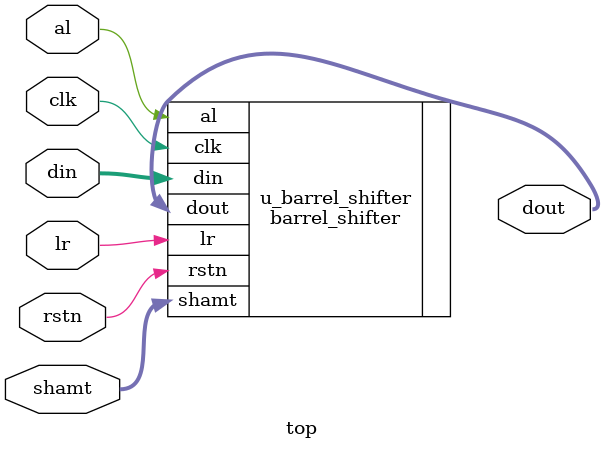
<source format=v>
module top(
    input clk,
    input rstn,
    input [7:0] din,
    input [2:0] shamt,
    input lr,
    input al,
    output [7:0] dout
);

    barrel_shifter u_barrel_shifter (
        .clk(clk),
        .rstn(rstn),
        .din(din),
        .shamt(shamt),
        .lr(lr),
        .al(al),
        .dout(dout)
    );

endmodule

</source>
